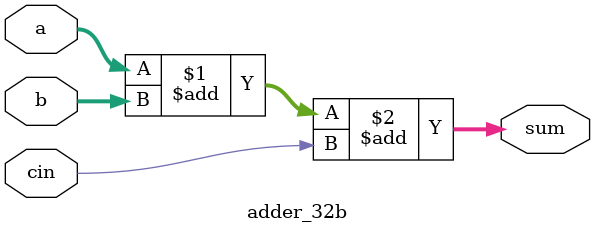
<source format=v>
module adder_32b (a , b, cin, sum);
  input [31:0] a, b;
  input cin;
  output [31:0] sum;
  
  assign sum = a + b + cin;
  
endmodule

</source>
